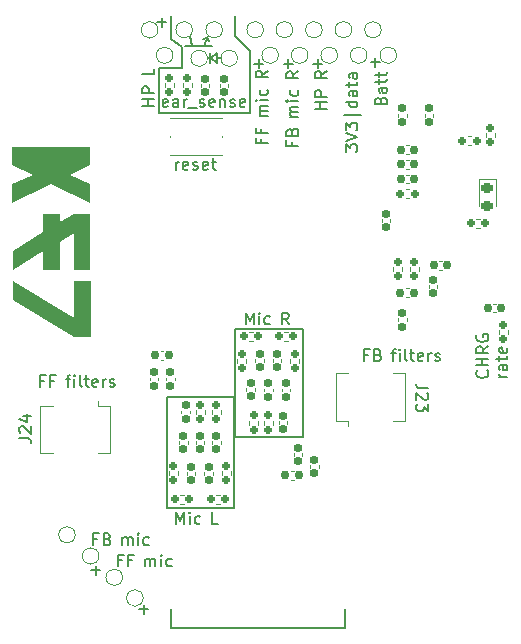
<source format=gbr>
%TF.GenerationSoftware,KiCad,Pcbnew,(7.0.0)*%
%TF.CreationDate,2023-05-27T11:20:30+01:00*%
%TF.ProjectId,left_main,6c656674-5f6d-4616-996e-2e6b69636164,rev?*%
%TF.SameCoordinates,Original*%
%TF.FileFunction,Legend,Top*%
%TF.FilePolarity,Positive*%
%FSLAX46Y46*%
G04 Gerber Fmt 4.6, Leading zero omitted, Abs format (unit mm)*
G04 Created by KiCad (PCBNEW (7.0.0)) date 2023-05-27 11:20:30*
%MOMM*%
%LPD*%
G01*
G04 APERTURE LIST*
G04 Aperture macros list*
%AMRoundRect*
0 Rectangle with rounded corners*
0 $1 Rounding radius*
0 $2 $3 $4 $5 $6 $7 $8 $9 X,Y pos of 4 corners*
0 Add a 4 corners polygon primitive as box body*
4,1,4,$2,$3,$4,$5,$6,$7,$8,$9,$2,$3,0*
0 Add four circle primitives for the rounded corners*
1,1,$1+$1,$2,$3*
1,1,$1+$1,$4,$5*
1,1,$1+$1,$6,$7*
1,1,$1+$1,$8,$9*
0 Add four rect primitives between the rounded corners*
20,1,$1+$1,$2,$3,$4,$5,0*
20,1,$1+$1,$4,$5,$6,$7,0*
20,1,$1+$1,$6,$7,$8,$9,0*
20,1,$1+$1,$8,$9,$2,$3,0*%
G04 Aperture macros list end*
%ADD10C,0.150000*%
%ADD11C,0.000000*%
%ADD12C,0.120000*%
%ADD13C,0.152400*%
%ADD14C,1.000000*%
%ADD15RoundRect,0.155000X-0.212500X-0.155000X0.212500X-0.155000X0.212500X0.155000X-0.212500X0.155000X0*%
%ADD16RoundRect,0.155000X0.155000X-0.212500X0.155000X0.212500X-0.155000X0.212500X-0.155000X-0.212500X0*%
%ADD17RoundRect,0.155000X-0.155000X0.212500X-0.155000X-0.212500X0.155000X-0.212500X0.155000X0.212500X0*%
%ADD18R,0.304800X1.397000*%
%ADD19R,2.641600X2.311400*%
%ADD20RoundRect,0.160000X0.160000X-0.197500X0.160000X0.197500X-0.160000X0.197500X-0.160000X-0.197500X0*%
%ADD21RoundRect,0.160000X0.197500X0.160000X-0.197500X0.160000X-0.197500X-0.160000X0.197500X-0.160000X0*%
%ADD22RoundRect,0.160000X-0.160000X0.197500X-0.160000X-0.197500X0.160000X-0.197500X0.160000X0.197500X0*%
%ADD23RoundRect,0.155000X0.212500X0.155000X-0.212500X0.155000X-0.212500X-0.155000X0.212500X-0.155000X0*%
%ADD24RoundRect,0.160000X-0.197500X-0.160000X0.197500X-0.160000X0.197500X0.160000X-0.197500X0.160000X0*%
%ADD25R,0.300000X1.600000*%
%ADD26R,0.900000X1.000000*%
%ADD27RoundRect,0.218750X-0.256250X0.218750X-0.256250X-0.218750X0.256250X-0.218750X0.256250X0.218750X0*%
G04 APERTURE END LIST*
D10*
X63914859Y-32221874D02*
X63701007Y-32223352D01*
X64514859Y-32221874D02*
X64810380Y-32221878D01*
X61800000Y-31200000D02*
X64100000Y-31200000D01*
X63659117Y-30497911D02*
X63800000Y-30800000D01*
X59600000Y-33100000D02*
X61500000Y-33100000D01*
X64514859Y-32621874D02*
X64014859Y-32221874D01*
X63400000Y-31200000D02*
X63700000Y-30400000D01*
X61500000Y-33100000D02*
X61500000Y-31300000D01*
X59600000Y-36900000D02*
X59600000Y-33100000D01*
X64514859Y-31821874D02*
X64514859Y-32621874D01*
X67300000Y-31600000D02*
X66000000Y-30400000D01*
X66000000Y-55200000D02*
X71800000Y-55200000D01*
X71800000Y-55200000D02*
X71800000Y-64300000D01*
X71800000Y-64300000D02*
X66000000Y-64300000D01*
X66000000Y-64300000D02*
X66000000Y-55200000D01*
X63659117Y-30497911D02*
X63349831Y-30639448D01*
X63914859Y-32621874D02*
X63914859Y-31821874D01*
D11*
G36*
X53777851Y-41265209D02*
G01*
X52073511Y-42096741D01*
X53780179Y-42914198D01*
X53782402Y-44478414D01*
X50482095Y-42871759D01*
X47186234Y-44487622D01*
X47184117Y-42923406D01*
X48888457Y-42101293D01*
X47181789Y-41274417D01*
X47179672Y-39738458D01*
X53775735Y-39729251D01*
X53777851Y-41265209D01*
G37*
D10*
X60300000Y-60900000D02*
X65900000Y-60900000D01*
X65900000Y-60900000D02*
X65900000Y-70300000D01*
X65900000Y-70300000D02*
X60300000Y-70300000D01*
X60300000Y-70300000D02*
X60300000Y-60900000D01*
X61500000Y-31300000D02*
X60600000Y-30600000D01*
X62200000Y-30400000D02*
X62400000Y-31200000D01*
X59600000Y-36900000D02*
X67300000Y-36900000D01*
D11*
G36*
X53790340Y-50169920D02*
G01*
X52405193Y-50171825D01*
X52400748Y-47043391D01*
X51186205Y-47770678D01*
X51189591Y-50173518D01*
X49804445Y-50175529D01*
X49802222Y-48611312D01*
X47194277Y-50179127D01*
X47192055Y-48577233D01*
X49800000Y-47000000D01*
X49797777Y-45426259D01*
X51182924Y-45424353D01*
X51183982Y-46159365D01*
X52398525Y-45422660D01*
X53783672Y-45420756D01*
X53790340Y-50169920D01*
G37*
D10*
X67300000Y-36900000D02*
X67300000Y-31600000D01*
D11*
G36*
X53798277Y-55861424D02*
G01*
X52413130Y-55863330D01*
X47197770Y-52723360D01*
X47195547Y-51121467D01*
X52410907Y-54242598D01*
X52406463Y-51114165D01*
X53791715Y-51112260D01*
X53798277Y-55861424D01*
G37*
D10*
X66000000Y-30400000D02*
X66000000Y-28700000D01*
X64014859Y-32221874D02*
X64514859Y-31821874D01*
X60600000Y-30600000D02*
X60600000Y-28700000D01*
X68258571Y-39128571D02*
X68258571Y-39461904D01*
X68782380Y-39461904D02*
X67782380Y-39461904D01*
X67782380Y-39461904D02*
X67782380Y-38985714D01*
X68258571Y-38271428D02*
X68258571Y-38604761D01*
X68782380Y-38604761D02*
X67782380Y-38604761D01*
X67782380Y-38604761D02*
X67782380Y-38128571D01*
X68782380Y-37147618D02*
X68115714Y-37147618D01*
X68210952Y-37147618D02*
X68163333Y-37099999D01*
X68163333Y-37099999D02*
X68115714Y-37004761D01*
X68115714Y-37004761D02*
X68115714Y-36861904D01*
X68115714Y-36861904D02*
X68163333Y-36766666D01*
X68163333Y-36766666D02*
X68258571Y-36719047D01*
X68258571Y-36719047D02*
X68782380Y-36719047D01*
X68258571Y-36719047D02*
X68163333Y-36671428D01*
X68163333Y-36671428D02*
X68115714Y-36576190D01*
X68115714Y-36576190D02*
X68115714Y-36433333D01*
X68115714Y-36433333D02*
X68163333Y-36338094D01*
X68163333Y-36338094D02*
X68258571Y-36290475D01*
X68258571Y-36290475D02*
X68782380Y-36290475D01*
X68782380Y-35814285D02*
X68115714Y-35814285D01*
X67782380Y-35814285D02*
X67830000Y-35861904D01*
X67830000Y-35861904D02*
X67877619Y-35814285D01*
X67877619Y-35814285D02*
X67830000Y-35766666D01*
X67830000Y-35766666D02*
X67782380Y-35814285D01*
X67782380Y-35814285D02*
X67877619Y-35814285D01*
X68734761Y-34909524D02*
X68782380Y-35004762D01*
X68782380Y-35004762D02*
X68782380Y-35195238D01*
X68782380Y-35195238D02*
X68734761Y-35290476D01*
X68734761Y-35290476D02*
X68687142Y-35338095D01*
X68687142Y-35338095D02*
X68591904Y-35385714D01*
X68591904Y-35385714D02*
X68306190Y-35385714D01*
X68306190Y-35385714D02*
X68210952Y-35338095D01*
X68210952Y-35338095D02*
X68163333Y-35290476D01*
X68163333Y-35290476D02*
X68115714Y-35195238D01*
X68115714Y-35195238D02*
X68115714Y-35004762D01*
X68115714Y-35004762D02*
X68163333Y-34909524D01*
X68782380Y-33309524D02*
X68306190Y-33642857D01*
X68782380Y-33880952D02*
X67782380Y-33880952D01*
X67782380Y-33880952D02*
X67782380Y-33500000D01*
X67782380Y-33500000D02*
X67830000Y-33404762D01*
X67830000Y-33404762D02*
X67877619Y-33357143D01*
X67877619Y-33357143D02*
X67972857Y-33309524D01*
X67972857Y-33309524D02*
X68115714Y-33309524D01*
X68115714Y-33309524D02*
X68210952Y-33357143D01*
X68210952Y-33357143D02*
X68258571Y-33404762D01*
X68258571Y-33404762D02*
X68306190Y-33500000D01*
X68306190Y-33500000D02*
X68306190Y-33880952D01*
X49871428Y-59558571D02*
X49538095Y-59558571D01*
X49538095Y-60082380D02*
X49538095Y-59082380D01*
X49538095Y-59082380D02*
X50014285Y-59082380D01*
X50728571Y-59558571D02*
X50395238Y-59558571D01*
X50395238Y-60082380D02*
X50395238Y-59082380D01*
X50395238Y-59082380D02*
X50871428Y-59082380D01*
X51709524Y-59415714D02*
X52090476Y-59415714D01*
X51852381Y-60082380D02*
X51852381Y-59225238D01*
X51852381Y-59225238D02*
X51900000Y-59130000D01*
X51900000Y-59130000D02*
X51995238Y-59082380D01*
X51995238Y-59082380D02*
X52090476Y-59082380D01*
X52423810Y-60082380D02*
X52423810Y-59415714D01*
X52423810Y-59082380D02*
X52376191Y-59130000D01*
X52376191Y-59130000D02*
X52423810Y-59177619D01*
X52423810Y-59177619D02*
X52471429Y-59130000D01*
X52471429Y-59130000D02*
X52423810Y-59082380D01*
X52423810Y-59082380D02*
X52423810Y-59177619D01*
X53042857Y-60082380D02*
X52947619Y-60034761D01*
X52947619Y-60034761D02*
X52900000Y-59939523D01*
X52900000Y-59939523D02*
X52900000Y-59082380D01*
X53280953Y-59415714D02*
X53661905Y-59415714D01*
X53423810Y-59082380D02*
X53423810Y-59939523D01*
X53423810Y-59939523D02*
X53471429Y-60034761D01*
X53471429Y-60034761D02*
X53566667Y-60082380D01*
X53566667Y-60082380D02*
X53661905Y-60082380D01*
X54376191Y-60034761D02*
X54280953Y-60082380D01*
X54280953Y-60082380D02*
X54090477Y-60082380D01*
X54090477Y-60082380D02*
X53995239Y-60034761D01*
X53995239Y-60034761D02*
X53947620Y-59939523D01*
X53947620Y-59939523D02*
X53947620Y-59558571D01*
X53947620Y-59558571D02*
X53995239Y-59463333D01*
X53995239Y-59463333D02*
X54090477Y-59415714D01*
X54090477Y-59415714D02*
X54280953Y-59415714D01*
X54280953Y-59415714D02*
X54376191Y-59463333D01*
X54376191Y-59463333D02*
X54423810Y-59558571D01*
X54423810Y-59558571D02*
X54423810Y-59653809D01*
X54423810Y-59653809D02*
X53947620Y-59749047D01*
X54852382Y-60082380D02*
X54852382Y-59415714D01*
X54852382Y-59606190D02*
X54900001Y-59510952D01*
X54900001Y-59510952D02*
X54947620Y-59463333D01*
X54947620Y-59463333D02*
X55042858Y-59415714D01*
X55042858Y-59415714D02*
X55138096Y-59415714D01*
X55423811Y-60034761D02*
X55519049Y-60082380D01*
X55519049Y-60082380D02*
X55709525Y-60082380D01*
X55709525Y-60082380D02*
X55804763Y-60034761D01*
X55804763Y-60034761D02*
X55852382Y-59939523D01*
X55852382Y-59939523D02*
X55852382Y-59891904D01*
X55852382Y-59891904D02*
X55804763Y-59796666D01*
X55804763Y-59796666D02*
X55709525Y-59749047D01*
X55709525Y-59749047D02*
X55566668Y-59749047D01*
X55566668Y-59749047D02*
X55471430Y-59701428D01*
X55471430Y-59701428D02*
X55423811Y-59606190D01*
X55423811Y-59606190D02*
X55423811Y-59558571D01*
X55423811Y-59558571D02*
X55471430Y-59463333D01*
X55471430Y-59463333D02*
X55566668Y-59415714D01*
X55566668Y-59415714D02*
X55709525Y-59415714D01*
X55709525Y-59415714D02*
X55804763Y-59463333D01*
X60319047Y-36334761D02*
X60223809Y-36382380D01*
X60223809Y-36382380D02*
X60033333Y-36382380D01*
X60033333Y-36382380D02*
X59938095Y-36334761D01*
X59938095Y-36334761D02*
X59890476Y-36239523D01*
X59890476Y-36239523D02*
X59890476Y-35858571D01*
X59890476Y-35858571D02*
X59938095Y-35763333D01*
X59938095Y-35763333D02*
X60033333Y-35715714D01*
X60033333Y-35715714D02*
X60223809Y-35715714D01*
X60223809Y-35715714D02*
X60319047Y-35763333D01*
X60319047Y-35763333D02*
X60366666Y-35858571D01*
X60366666Y-35858571D02*
X60366666Y-35953809D01*
X60366666Y-35953809D02*
X59890476Y-36049047D01*
X61223809Y-36382380D02*
X61223809Y-35858571D01*
X61223809Y-35858571D02*
X61176190Y-35763333D01*
X61176190Y-35763333D02*
X61080952Y-35715714D01*
X61080952Y-35715714D02*
X60890476Y-35715714D01*
X60890476Y-35715714D02*
X60795238Y-35763333D01*
X61223809Y-36334761D02*
X61128571Y-36382380D01*
X61128571Y-36382380D02*
X60890476Y-36382380D01*
X60890476Y-36382380D02*
X60795238Y-36334761D01*
X60795238Y-36334761D02*
X60747619Y-36239523D01*
X60747619Y-36239523D02*
X60747619Y-36144285D01*
X60747619Y-36144285D02*
X60795238Y-36049047D01*
X60795238Y-36049047D02*
X60890476Y-36001428D01*
X60890476Y-36001428D02*
X61128571Y-36001428D01*
X61128571Y-36001428D02*
X61223809Y-35953809D01*
X61700000Y-36382380D02*
X61700000Y-35715714D01*
X61700000Y-35906190D02*
X61747619Y-35810952D01*
X61747619Y-35810952D02*
X61795238Y-35763333D01*
X61795238Y-35763333D02*
X61890476Y-35715714D01*
X61890476Y-35715714D02*
X61985714Y-35715714D01*
X62080953Y-36477619D02*
X62842857Y-36477619D01*
X63033334Y-36334761D02*
X63128572Y-36382380D01*
X63128572Y-36382380D02*
X63319048Y-36382380D01*
X63319048Y-36382380D02*
X63414286Y-36334761D01*
X63414286Y-36334761D02*
X63461905Y-36239523D01*
X63461905Y-36239523D02*
X63461905Y-36191904D01*
X63461905Y-36191904D02*
X63414286Y-36096666D01*
X63414286Y-36096666D02*
X63319048Y-36049047D01*
X63319048Y-36049047D02*
X63176191Y-36049047D01*
X63176191Y-36049047D02*
X63080953Y-36001428D01*
X63080953Y-36001428D02*
X63033334Y-35906190D01*
X63033334Y-35906190D02*
X63033334Y-35858571D01*
X63033334Y-35858571D02*
X63080953Y-35763333D01*
X63080953Y-35763333D02*
X63176191Y-35715714D01*
X63176191Y-35715714D02*
X63319048Y-35715714D01*
X63319048Y-35715714D02*
X63414286Y-35763333D01*
X64271429Y-36334761D02*
X64176191Y-36382380D01*
X64176191Y-36382380D02*
X63985715Y-36382380D01*
X63985715Y-36382380D02*
X63890477Y-36334761D01*
X63890477Y-36334761D02*
X63842858Y-36239523D01*
X63842858Y-36239523D02*
X63842858Y-35858571D01*
X63842858Y-35858571D02*
X63890477Y-35763333D01*
X63890477Y-35763333D02*
X63985715Y-35715714D01*
X63985715Y-35715714D02*
X64176191Y-35715714D01*
X64176191Y-35715714D02*
X64271429Y-35763333D01*
X64271429Y-35763333D02*
X64319048Y-35858571D01*
X64319048Y-35858571D02*
X64319048Y-35953809D01*
X64319048Y-35953809D02*
X63842858Y-36049047D01*
X64747620Y-35715714D02*
X64747620Y-36382380D01*
X64747620Y-35810952D02*
X64795239Y-35763333D01*
X64795239Y-35763333D02*
X64890477Y-35715714D01*
X64890477Y-35715714D02*
X65033334Y-35715714D01*
X65033334Y-35715714D02*
X65128572Y-35763333D01*
X65128572Y-35763333D02*
X65176191Y-35858571D01*
X65176191Y-35858571D02*
X65176191Y-36382380D01*
X65604763Y-36334761D02*
X65700001Y-36382380D01*
X65700001Y-36382380D02*
X65890477Y-36382380D01*
X65890477Y-36382380D02*
X65985715Y-36334761D01*
X65985715Y-36334761D02*
X66033334Y-36239523D01*
X66033334Y-36239523D02*
X66033334Y-36191904D01*
X66033334Y-36191904D02*
X65985715Y-36096666D01*
X65985715Y-36096666D02*
X65890477Y-36049047D01*
X65890477Y-36049047D02*
X65747620Y-36049047D01*
X65747620Y-36049047D02*
X65652382Y-36001428D01*
X65652382Y-36001428D02*
X65604763Y-35906190D01*
X65604763Y-35906190D02*
X65604763Y-35858571D01*
X65604763Y-35858571D02*
X65652382Y-35763333D01*
X65652382Y-35763333D02*
X65747620Y-35715714D01*
X65747620Y-35715714D02*
X65890477Y-35715714D01*
X65890477Y-35715714D02*
X65985715Y-35763333D01*
X66842858Y-36334761D02*
X66747620Y-36382380D01*
X66747620Y-36382380D02*
X66557144Y-36382380D01*
X66557144Y-36382380D02*
X66461906Y-36334761D01*
X66461906Y-36334761D02*
X66414287Y-36239523D01*
X66414287Y-36239523D02*
X66414287Y-35858571D01*
X66414287Y-35858571D02*
X66461906Y-35763333D01*
X66461906Y-35763333D02*
X66557144Y-35715714D01*
X66557144Y-35715714D02*
X66747620Y-35715714D01*
X66747620Y-35715714D02*
X66842858Y-35763333D01*
X66842858Y-35763333D02*
X66890477Y-35858571D01*
X66890477Y-35858571D02*
X66890477Y-35953809D01*
X66890477Y-35953809D02*
X66414287Y-36049047D01*
X75382380Y-40157142D02*
X75382380Y-39538095D01*
X75382380Y-39538095D02*
X75763333Y-39871428D01*
X75763333Y-39871428D02*
X75763333Y-39728571D01*
X75763333Y-39728571D02*
X75810952Y-39633333D01*
X75810952Y-39633333D02*
X75858571Y-39585714D01*
X75858571Y-39585714D02*
X75953809Y-39538095D01*
X75953809Y-39538095D02*
X76191904Y-39538095D01*
X76191904Y-39538095D02*
X76287142Y-39585714D01*
X76287142Y-39585714D02*
X76334761Y-39633333D01*
X76334761Y-39633333D02*
X76382380Y-39728571D01*
X76382380Y-39728571D02*
X76382380Y-40014285D01*
X76382380Y-40014285D02*
X76334761Y-40109523D01*
X76334761Y-40109523D02*
X76287142Y-40157142D01*
X75382380Y-39252380D02*
X76382380Y-38919047D01*
X76382380Y-38919047D02*
X75382380Y-38585714D01*
X75382380Y-38347618D02*
X75382380Y-37728571D01*
X75382380Y-37728571D02*
X75763333Y-38061904D01*
X75763333Y-38061904D02*
X75763333Y-37919047D01*
X75763333Y-37919047D02*
X75810952Y-37823809D01*
X75810952Y-37823809D02*
X75858571Y-37776190D01*
X75858571Y-37776190D02*
X75953809Y-37728571D01*
X75953809Y-37728571D02*
X76191904Y-37728571D01*
X76191904Y-37728571D02*
X76287142Y-37776190D01*
X76287142Y-37776190D02*
X76334761Y-37823809D01*
X76334761Y-37823809D02*
X76382380Y-37919047D01*
X76382380Y-37919047D02*
X76382380Y-38204761D01*
X76382380Y-38204761D02*
X76334761Y-38299999D01*
X76334761Y-38299999D02*
X76287142Y-38347618D01*
X76715714Y-37061904D02*
X75287142Y-37061904D01*
X76382380Y-35919047D02*
X75382380Y-35919047D01*
X76334761Y-35919047D02*
X76382380Y-36014285D01*
X76382380Y-36014285D02*
X76382380Y-36204761D01*
X76382380Y-36204761D02*
X76334761Y-36299999D01*
X76334761Y-36299999D02*
X76287142Y-36347618D01*
X76287142Y-36347618D02*
X76191904Y-36395237D01*
X76191904Y-36395237D02*
X75906190Y-36395237D01*
X75906190Y-36395237D02*
X75810952Y-36347618D01*
X75810952Y-36347618D02*
X75763333Y-36299999D01*
X75763333Y-36299999D02*
X75715714Y-36204761D01*
X75715714Y-36204761D02*
X75715714Y-36014285D01*
X75715714Y-36014285D02*
X75763333Y-35919047D01*
X76382380Y-35014285D02*
X75858571Y-35014285D01*
X75858571Y-35014285D02*
X75763333Y-35061904D01*
X75763333Y-35061904D02*
X75715714Y-35157142D01*
X75715714Y-35157142D02*
X75715714Y-35347618D01*
X75715714Y-35347618D02*
X75763333Y-35442856D01*
X76334761Y-35014285D02*
X76382380Y-35109523D01*
X76382380Y-35109523D02*
X76382380Y-35347618D01*
X76382380Y-35347618D02*
X76334761Y-35442856D01*
X76334761Y-35442856D02*
X76239523Y-35490475D01*
X76239523Y-35490475D02*
X76144285Y-35490475D01*
X76144285Y-35490475D02*
X76049047Y-35442856D01*
X76049047Y-35442856D02*
X76001428Y-35347618D01*
X76001428Y-35347618D02*
X76001428Y-35109523D01*
X76001428Y-35109523D02*
X75953809Y-35014285D01*
X75715714Y-34680951D02*
X75715714Y-34299999D01*
X75382380Y-34538094D02*
X76239523Y-34538094D01*
X76239523Y-34538094D02*
X76334761Y-34490475D01*
X76334761Y-34490475D02*
X76382380Y-34395237D01*
X76382380Y-34395237D02*
X76382380Y-34299999D01*
X76382380Y-33538094D02*
X75858571Y-33538094D01*
X75858571Y-33538094D02*
X75763333Y-33585713D01*
X75763333Y-33585713D02*
X75715714Y-33680951D01*
X75715714Y-33680951D02*
X75715714Y-33871427D01*
X75715714Y-33871427D02*
X75763333Y-33966665D01*
X76334761Y-33538094D02*
X76382380Y-33633332D01*
X76382380Y-33633332D02*
X76382380Y-33871427D01*
X76382380Y-33871427D02*
X76334761Y-33966665D01*
X76334761Y-33966665D02*
X76239523Y-34014284D01*
X76239523Y-34014284D02*
X76144285Y-34014284D01*
X76144285Y-34014284D02*
X76049047Y-33966665D01*
X76049047Y-33966665D02*
X76001428Y-33871427D01*
X76001428Y-33871427D02*
X76001428Y-33633332D01*
X76001428Y-33633332D02*
X75953809Y-33538094D01*
X66938095Y-54782380D02*
X66938095Y-53782380D01*
X66938095Y-53782380D02*
X67271428Y-54496666D01*
X67271428Y-54496666D02*
X67604761Y-53782380D01*
X67604761Y-53782380D02*
X67604761Y-54782380D01*
X68080952Y-54782380D02*
X68080952Y-54115714D01*
X68080952Y-53782380D02*
X68033333Y-53830000D01*
X68033333Y-53830000D02*
X68080952Y-53877619D01*
X68080952Y-53877619D02*
X68128571Y-53830000D01*
X68128571Y-53830000D02*
X68080952Y-53782380D01*
X68080952Y-53782380D02*
X68080952Y-53877619D01*
X68985713Y-54734761D02*
X68890475Y-54782380D01*
X68890475Y-54782380D02*
X68699999Y-54782380D01*
X68699999Y-54782380D02*
X68604761Y-54734761D01*
X68604761Y-54734761D02*
X68557142Y-54687142D01*
X68557142Y-54687142D02*
X68509523Y-54591904D01*
X68509523Y-54591904D02*
X68509523Y-54306190D01*
X68509523Y-54306190D02*
X68557142Y-54210952D01*
X68557142Y-54210952D02*
X68604761Y-54163333D01*
X68604761Y-54163333D02*
X68699999Y-54115714D01*
X68699999Y-54115714D02*
X68890475Y-54115714D01*
X68890475Y-54115714D02*
X68985713Y-54163333D01*
X70585713Y-54782380D02*
X70252380Y-54306190D01*
X70014285Y-54782380D02*
X70014285Y-53782380D01*
X70014285Y-53782380D02*
X70395237Y-53782380D01*
X70395237Y-53782380D02*
X70490475Y-53830000D01*
X70490475Y-53830000D02*
X70538094Y-53877619D01*
X70538094Y-53877619D02*
X70585713Y-53972857D01*
X70585713Y-53972857D02*
X70585713Y-54115714D01*
X70585713Y-54115714D02*
X70538094Y-54210952D01*
X70538094Y-54210952D02*
X70490475Y-54258571D01*
X70490475Y-54258571D02*
X70395237Y-54306190D01*
X70395237Y-54306190D02*
X70014285Y-54306190D01*
X56451428Y-74758571D02*
X56118095Y-74758571D01*
X56118095Y-75282380D02*
X56118095Y-74282380D01*
X56118095Y-74282380D02*
X56594285Y-74282380D01*
X57308571Y-74758571D02*
X56975238Y-74758571D01*
X56975238Y-75282380D02*
X56975238Y-74282380D01*
X56975238Y-74282380D02*
X57451428Y-74282380D01*
X58432381Y-75282380D02*
X58432381Y-74615714D01*
X58432381Y-74710952D02*
X58480000Y-74663333D01*
X58480000Y-74663333D02*
X58575238Y-74615714D01*
X58575238Y-74615714D02*
X58718095Y-74615714D01*
X58718095Y-74615714D02*
X58813333Y-74663333D01*
X58813333Y-74663333D02*
X58860952Y-74758571D01*
X58860952Y-74758571D02*
X58860952Y-75282380D01*
X58860952Y-74758571D02*
X58908571Y-74663333D01*
X58908571Y-74663333D02*
X59003809Y-74615714D01*
X59003809Y-74615714D02*
X59146666Y-74615714D01*
X59146666Y-74615714D02*
X59241905Y-74663333D01*
X59241905Y-74663333D02*
X59289524Y-74758571D01*
X59289524Y-74758571D02*
X59289524Y-75282380D01*
X59765714Y-75282380D02*
X59765714Y-74615714D01*
X59765714Y-74282380D02*
X59718095Y-74330000D01*
X59718095Y-74330000D02*
X59765714Y-74377619D01*
X59765714Y-74377619D02*
X59813333Y-74330000D01*
X59813333Y-74330000D02*
X59765714Y-74282380D01*
X59765714Y-74282380D02*
X59765714Y-74377619D01*
X60670475Y-75234761D02*
X60575237Y-75282380D01*
X60575237Y-75282380D02*
X60384761Y-75282380D01*
X60384761Y-75282380D02*
X60289523Y-75234761D01*
X60289523Y-75234761D02*
X60241904Y-75187142D01*
X60241904Y-75187142D02*
X60194285Y-75091904D01*
X60194285Y-75091904D02*
X60194285Y-74806190D01*
X60194285Y-74806190D02*
X60241904Y-74710952D01*
X60241904Y-74710952D02*
X60289523Y-74663333D01*
X60289523Y-74663333D02*
X60384761Y-74615714D01*
X60384761Y-74615714D02*
X60575237Y-74615714D01*
X60575237Y-74615714D02*
X60670475Y-74663333D01*
X70138095Y-32701428D02*
X70900000Y-32701428D01*
X70519047Y-33082380D02*
X70519047Y-32320476D01*
X61038095Y-41682380D02*
X61038095Y-41015714D01*
X61038095Y-41206190D02*
X61085714Y-41110952D01*
X61085714Y-41110952D02*
X61133333Y-41063333D01*
X61133333Y-41063333D02*
X61228571Y-41015714D01*
X61228571Y-41015714D02*
X61323809Y-41015714D01*
X62038095Y-41634761D02*
X61942857Y-41682380D01*
X61942857Y-41682380D02*
X61752381Y-41682380D01*
X61752381Y-41682380D02*
X61657143Y-41634761D01*
X61657143Y-41634761D02*
X61609524Y-41539523D01*
X61609524Y-41539523D02*
X61609524Y-41158571D01*
X61609524Y-41158571D02*
X61657143Y-41063333D01*
X61657143Y-41063333D02*
X61752381Y-41015714D01*
X61752381Y-41015714D02*
X61942857Y-41015714D01*
X61942857Y-41015714D02*
X62038095Y-41063333D01*
X62038095Y-41063333D02*
X62085714Y-41158571D01*
X62085714Y-41158571D02*
X62085714Y-41253809D01*
X62085714Y-41253809D02*
X61609524Y-41349047D01*
X62466667Y-41634761D02*
X62561905Y-41682380D01*
X62561905Y-41682380D02*
X62752381Y-41682380D01*
X62752381Y-41682380D02*
X62847619Y-41634761D01*
X62847619Y-41634761D02*
X62895238Y-41539523D01*
X62895238Y-41539523D02*
X62895238Y-41491904D01*
X62895238Y-41491904D02*
X62847619Y-41396666D01*
X62847619Y-41396666D02*
X62752381Y-41349047D01*
X62752381Y-41349047D02*
X62609524Y-41349047D01*
X62609524Y-41349047D02*
X62514286Y-41301428D01*
X62514286Y-41301428D02*
X62466667Y-41206190D01*
X62466667Y-41206190D02*
X62466667Y-41158571D01*
X62466667Y-41158571D02*
X62514286Y-41063333D01*
X62514286Y-41063333D02*
X62609524Y-41015714D01*
X62609524Y-41015714D02*
X62752381Y-41015714D01*
X62752381Y-41015714D02*
X62847619Y-41063333D01*
X63704762Y-41634761D02*
X63609524Y-41682380D01*
X63609524Y-41682380D02*
X63419048Y-41682380D01*
X63419048Y-41682380D02*
X63323810Y-41634761D01*
X63323810Y-41634761D02*
X63276191Y-41539523D01*
X63276191Y-41539523D02*
X63276191Y-41158571D01*
X63276191Y-41158571D02*
X63323810Y-41063333D01*
X63323810Y-41063333D02*
X63419048Y-41015714D01*
X63419048Y-41015714D02*
X63609524Y-41015714D01*
X63609524Y-41015714D02*
X63704762Y-41063333D01*
X63704762Y-41063333D02*
X63752381Y-41158571D01*
X63752381Y-41158571D02*
X63752381Y-41253809D01*
X63752381Y-41253809D02*
X63276191Y-41349047D01*
X64038096Y-41015714D02*
X64419048Y-41015714D01*
X64180953Y-40682380D02*
X64180953Y-41539523D01*
X64180953Y-41539523D02*
X64228572Y-41634761D01*
X64228572Y-41634761D02*
X64323810Y-41682380D01*
X64323810Y-41682380D02*
X64419048Y-41682380D01*
X73782380Y-36561904D02*
X72782380Y-36561904D01*
X73258571Y-36561904D02*
X73258571Y-35990476D01*
X73782380Y-35990476D02*
X72782380Y-35990476D01*
X73782380Y-35514285D02*
X72782380Y-35514285D01*
X72782380Y-35514285D02*
X72782380Y-35133333D01*
X72782380Y-35133333D02*
X72830000Y-35038095D01*
X72830000Y-35038095D02*
X72877619Y-34990476D01*
X72877619Y-34990476D02*
X72972857Y-34942857D01*
X72972857Y-34942857D02*
X73115714Y-34942857D01*
X73115714Y-34942857D02*
X73210952Y-34990476D01*
X73210952Y-34990476D02*
X73258571Y-35038095D01*
X73258571Y-35038095D02*
X73306190Y-35133333D01*
X73306190Y-35133333D02*
X73306190Y-35514285D01*
X73782380Y-33342857D02*
X73306190Y-33676190D01*
X73782380Y-33914285D02*
X72782380Y-33914285D01*
X72782380Y-33914285D02*
X72782380Y-33533333D01*
X72782380Y-33533333D02*
X72830000Y-33438095D01*
X72830000Y-33438095D02*
X72877619Y-33390476D01*
X72877619Y-33390476D02*
X72972857Y-33342857D01*
X72972857Y-33342857D02*
X73115714Y-33342857D01*
X73115714Y-33342857D02*
X73210952Y-33390476D01*
X73210952Y-33390476D02*
X73258571Y-33438095D01*
X73258571Y-33438095D02*
X73306190Y-33533333D01*
X73306190Y-33533333D02*
X73306190Y-33914285D01*
X72638095Y-32701428D02*
X73400000Y-32701428D01*
X73019047Y-33082380D02*
X73019047Y-32320476D01*
X70858571Y-39328571D02*
X70858571Y-39661904D01*
X71382380Y-39661904D02*
X70382380Y-39661904D01*
X70382380Y-39661904D02*
X70382380Y-39185714D01*
X70858571Y-38471428D02*
X70906190Y-38328571D01*
X70906190Y-38328571D02*
X70953809Y-38280952D01*
X70953809Y-38280952D02*
X71049047Y-38233333D01*
X71049047Y-38233333D02*
X71191904Y-38233333D01*
X71191904Y-38233333D02*
X71287142Y-38280952D01*
X71287142Y-38280952D02*
X71334761Y-38328571D01*
X71334761Y-38328571D02*
X71382380Y-38423809D01*
X71382380Y-38423809D02*
X71382380Y-38804761D01*
X71382380Y-38804761D02*
X70382380Y-38804761D01*
X70382380Y-38804761D02*
X70382380Y-38471428D01*
X70382380Y-38471428D02*
X70430000Y-38376190D01*
X70430000Y-38376190D02*
X70477619Y-38328571D01*
X70477619Y-38328571D02*
X70572857Y-38280952D01*
X70572857Y-38280952D02*
X70668095Y-38280952D01*
X70668095Y-38280952D02*
X70763333Y-38328571D01*
X70763333Y-38328571D02*
X70810952Y-38376190D01*
X70810952Y-38376190D02*
X70858571Y-38471428D01*
X70858571Y-38471428D02*
X70858571Y-38804761D01*
X71382380Y-37204761D02*
X70715714Y-37204761D01*
X70810952Y-37204761D02*
X70763333Y-37157142D01*
X70763333Y-37157142D02*
X70715714Y-37061904D01*
X70715714Y-37061904D02*
X70715714Y-36919047D01*
X70715714Y-36919047D02*
X70763333Y-36823809D01*
X70763333Y-36823809D02*
X70858571Y-36776190D01*
X70858571Y-36776190D02*
X71382380Y-36776190D01*
X70858571Y-36776190D02*
X70763333Y-36728571D01*
X70763333Y-36728571D02*
X70715714Y-36633333D01*
X70715714Y-36633333D02*
X70715714Y-36490476D01*
X70715714Y-36490476D02*
X70763333Y-36395237D01*
X70763333Y-36395237D02*
X70858571Y-36347618D01*
X70858571Y-36347618D02*
X71382380Y-36347618D01*
X71382380Y-35871428D02*
X70715714Y-35871428D01*
X70382380Y-35871428D02*
X70430000Y-35919047D01*
X70430000Y-35919047D02*
X70477619Y-35871428D01*
X70477619Y-35871428D02*
X70430000Y-35823809D01*
X70430000Y-35823809D02*
X70382380Y-35871428D01*
X70382380Y-35871428D02*
X70477619Y-35871428D01*
X71334761Y-34966667D02*
X71382380Y-35061905D01*
X71382380Y-35061905D02*
X71382380Y-35252381D01*
X71382380Y-35252381D02*
X71334761Y-35347619D01*
X71334761Y-35347619D02*
X71287142Y-35395238D01*
X71287142Y-35395238D02*
X71191904Y-35442857D01*
X71191904Y-35442857D02*
X70906190Y-35442857D01*
X70906190Y-35442857D02*
X70810952Y-35395238D01*
X70810952Y-35395238D02*
X70763333Y-35347619D01*
X70763333Y-35347619D02*
X70715714Y-35252381D01*
X70715714Y-35252381D02*
X70715714Y-35061905D01*
X70715714Y-35061905D02*
X70763333Y-34966667D01*
X71382380Y-33366667D02*
X70906190Y-33700000D01*
X71382380Y-33938095D02*
X70382380Y-33938095D01*
X70382380Y-33938095D02*
X70382380Y-33557143D01*
X70382380Y-33557143D02*
X70430000Y-33461905D01*
X70430000Y-33461905D02*
X70477619Y-33414286D01*
X70477619Y-33414286D02*
X70572857Y-33366667D01*
X70572857Y-33366667D02*
X70715714Y-33366667D01*
X70715714Y-33366667D02*
X70810952Y-33414286D01*
X70810952Y-33414286D02*
X70858571Y-33461905D01*
X70858571Y-33461905D02*
X70906190Y-33557143D01*
X70906190Y-33557143D02*
X70906190Y-33938095D01*
X59182380Y-36261904D02*
X58182380Y-36261904D01*
X58658571Y-36261904D02*
X58658571Y-35690476D01*
X59182380Y-35690476D02*
X58182380Y-35690476D01*
X59182380Y-35214285D02*
X58182380Y-35214285D01*
X58182380Y-35214285D02*
X58182380Y-34833333D01*
X58182380Y-34833333D02*
X58230000Y-34738095D01*
X58230000Y-34738095D02*
X58277619Y-34690476D01*
X58277619Y-34690476D02*
X58372857Y-34642857D01*
X58372857Y-34642857D02*
X58515714Y-34642857D01*
X58515714Y-34642857D02*
X58610952Y-34690476D01*
X58610952Y-34690476D02*
X58658571Y-34738095D01*
X58658571Y-34738095D02*
X58706190Y-34833333D01*
X58706190Y-34833333D02*
X58706190Y-35214285D01*
X59182380Y-33138095D02*
X59182380Y-33614285D01*
X59182380Y-33614285D02*
X58182380Y-33614285D01*
X59438095Y-29201428D02*
X60200000Y-29201428D01*
X59819047Y-29582380D02*
X59819047Y-28820476D01*
X77271428Y-57358571D02*
X76938095Y-57358571D01*
X76938095Y-57882380D02*
X76938095Y-56882380D01*
X76938095Y-56882380D02*
X77414285Y-56882380D01*
X78128571Y-57358571D02*
X78271428Y-57406190D01*
X78271428Y-57406190D02*
X78319047Y-57453809D01*
X78319047Y-57453809D02*
X78366666Y-57549047D01*
X78366666Y-57549047D02*
X78366666Y-57691904D01*
X78366666Y-57691904D02*
X78319047Y-57787142D01*
X78319047Y-57787142D02*
X78271428Y-57834761D01*
X78271428Y-57834761D02*
X78176190Y-57882380D01*
X78176190Y-57882380D02*
X77795238Y-57882380D01*
X77795238Y-57882380D02*
X77795238Y-56882380D01*
X77795238Y-56882380D02*
X78128571Y-56882380D01*
X78128571Y-56882380D02*
X78223809Y-56930000D01*
X78223809Y-56930000D02*
X78271428Y-56977619D01*
X78271428Y-56977619D02*
X78319047Y-57072857D01*
X78319047Y-57072857D02*
X78319047Y-57168095D01*
X78319047Y-57168095D02*
X78271428Y-57263333D01*
X78271428Y-57263333D02*
X78223809Y-57310952D01*
X78223809Y-57310952D02*
X78128571Y-57358571D01*
X78128571Y-57358571D02*
X77795238Y-57358571D01*
X79252381Y-57215714D02*
X79633333Y-57215714D01*
X79395238Y-57882380D02*
X79395238Y-57025238D01*
X79395238Y-57025238D02*
X79442857Y-56930000D01*
X79442857Y-56930000D02*
X79538095Y-56882380D01*
X79538095Y-56882380D02*
X79633333Y-56882380D01*
X79966667Y-57882380D02*
X79966667Y-57215714D01*
X79966667Y-56882380D02*
X79919048Y-56930000D01*
X79919048Y-56930000D02*
X79966667Y-56977619D01*
X79966667Y-56977619D02*
X80014286Y-56930000D01*
X80014286Y-56930000D02*
X79966667Y-56882380D01*
X79966667Y-56882380D02*
X79966667Y-56977619D01*
X80585714Y-57882380D02*
X80490476Y-57834761D01*
X80490476Y-57834761D02*
X80442857Y-57739523D01*
X80442857Y-57739523D02*
X80442857Y-56882380D01*
X80823810Y-57215714D02*
X81204762Y-57215714D01*
X80966667Y-56882380D02*
X80966667Y-57739523D01*
X80966667Y-57739523D02*
X81014286Y-57834761D01*
X81014286Y-57834761D02*
X81109524Y-57882380D01*
X81109524Y-57882380D02*
X81204762Y-57882380D01*
X81919048Y-57834761D02*
X81823810Y-57882380D01*
X81823810Y-57882380D02*
X81633334Y-57882380D01*
X81633334Y-57882380D02*
X81538096Y-57834761D01*
X81538096Y-57834761D02*
X81490477Y-57739523D01*
X81490477Y-57739523D02*
X81490477Y-57358571D01*
X81490477Y-57358571D02*
X81538096Y-57263333D01*
X81538096Y-57263333D02*
X81633334Y-57215714D01*
X81633334Y-57215714D02*
X81823810Y-57215714D01*
X81823810Y-57215714D02*
X81919048Y-57263333D01*
X81919048Y-57263333D02*
X81966667Y-57358571D01*
X81966667Y-57358571D02*
X81966667Y-57453809D01*
X81966667Y-57453809D02*
X81490477Y-57549047D01*
X82395239Y-57882380D02*
X82395239Y-57215714D01*
X82395239Y-57406190D02*
X82442858Y-57310952D01*
X82442858Y-57310952D02*
X82490477Y-57263333D01*
X82490477Y-57263333D02*
X82585715Y-57215714D01*
X82585715Y-57215714D02*
X82680953Y-57215714D01*
X82966668Y-57834761D02*
X83061906Y-57882380D01*
X83061906Y-57882380D02*
X83252382Y-57882380D01*
X83252382Y-57882380D02*
X83347620Y-57834761D01*
X83347620Y-57834761D02*
X83395239Y-57739523D01*
X83395239Y-57739523D02*
X83395239Y-57691904D01*
X83395239Y-57691904D02*
X83347620Y-57596666D01*
X83347620Y-57596666D02*
X83252382Y-57549047D01*
X83252382Y-57549047D02*
X83109525Y-57549047D01*
X83109525Y-57549047D02*
X83014287Y-57501428D01*
X83014287Y-57501428D02*
X82966668Y-57406190D01*
X82966668Y-57406190D02*
X82966668Y-57358571D01*
X82966668Y-57358571D02*
X83014287Y-57263333D01*
X83014287Y-57263333D02*
X83109525Y-57215714D01*
X83109525Y-57215714D02*
X83252382Y-57215714D01*
X83252382Y-57215714D02*
X83347620Y-57263333D01*
X77538095Y-32601428D02*
X78300000Y-32601428D01*
X77919047Y-32982380D02*
X77919047Y-32220476D01*
X87367142Y-58690476D02*
X87414761Y-58738095D01*
X87414761Y-58738095D02*
X87462380Y-58880952D01*
X87462380Y-58880952D02*
X87462380Y-58976190D01*
X87462380Y-58976190D02*
X87414761Y-59119047D01*
X87414761Y-59119047D02*
X87319523Y-59214285D01*
X87319523Y-59214285D02*
X87224285Y-59261904D01*
X87224285Y-59261904D02*
X87033809Y-59309523D01*
X87033809Y-59309523D02*
X86890952Y-59309523D01*
X86890952Y-59309523D02*
X86700476Y-59261904D01*
X86700476Y-59261904D02*
X86605238Y-59214285D01*
X86605238Y-59214285D02*
X86510000Y-59119047D01*
X86510000Y-59119047D02*
X86462380Y-58976190D01*
X86462380Y-58976190D02*
X86462380Y-58880952D01*
X86462380Y-58880952D02*
X86510000Y-58738095D01*
X86510000Y-58738095D02*
X86557619Y-58690476D01*
X87462380Y-58261904D02*
X86462380Y-58261904D01*
X86938571Y-58261904D02*
X86938571Y-57690476D01*
X87462380Y-57690476D02*
X86462380Y-57690476D01*
X87462380Y-56642857D02*
X86986190Y-56976190D01*
X87462380Y-57214285D02*
X86462380Y-57214285D01*
X86462380Y-57214285D02*
X86462380Y-56833333D01*
X86462380Y-56833333D02*
X86510000Y-56738095D01*
X86510000Y-56738095D02*
X86557619Y-56690476D01*
X86557619Y-56690476D02*
X86652857Y-56642857D01*
X86652857Y-56642857D02*
X86795714Y-56642857D01*
X86795714Y-56642857D02*
X86890952Y-56690476D01*
X86890952Y-56690476D02*
X86938571Y-56738095D01*
X86938571Y-56738095D02*
X86986190Y-56833333D01*
X86986190Y-56833333D02*
X86986190Y-57214285D01*
X86510000Y-55690476D02*
X86462380Y-55785714D01*
X86462380Y-55785714D02*
X86462380Y-55928571D01*
X86462380Y-55928571D02*
X86510000Y-56071428D01*
X86510000Y-56071428D02*
X86605238Y-56166666D01*
X86605238Y-56166666D02*
X86700476Y-56214285D01*
X86700476Y-56214285D02*
X86890952Y-56261904D01*
X86890952Y-56261904D02*
X87033809Y-56261904D01*
X87033809Y-56261904D02*
X87224285Y-56214285D01*
X87224285Y-56214285D02*
X87319523Y-56166666D01*
X87319523Y-56166666D02*
X87414761Y-56071428D01*
X87414761Y-56071428D02*
X87462380Y-55928571D01*
X87462380Y-55928571D02*
X87462380Y-55833333D01*
X87462380Y-55833333D02*
X87414761Y-55690476D01*
X87414761Y-55690476D02*
X87367142Y-55642857D01*
X87367142Y-55642857D02*
X87033809Y-55642857D01*
X87033809Y-55642857D02*
X87033809Y-55833333D01*
X89082380Y-59261904D02*
X88415714Y-59261904D01*
X88606190Y-59261904D02*
X88510952Y-59214285D01*
X88510952Y-59214285D02*
X88463333Y-59166666D01*
X88463333Y-59166666D02*
X88415714Y-59071428D01*
X88415714Y-59071428D02*
X88415714Y-58976190D01*
X89082380Y-58214285D02*
X88558571Y-58214285D01*
X88558571Y-58214285D02*
X88463333Y-58261904D01*
X88463333Y-58261904D02*
X88415714Y-58357142D01*
X88415714Y-58357142D02*
X88415714Y-58547618D01*
X88415714Y-58547618D02*
X88463333Y-58642856D01*
X89034761Y-58214285D02*
X89082380Y-58309523D01*
X89082380Y-58309523D02*
X89082380Y-58547618D01*
X89082380Y-58547618D02*
X89034761Y-58642856D01*
X89034761Y-58642856D02*
X88939523Y-58690475D01*
X88939523Y-58690475D02*
X88844285Y-58690475D01*
X88844285Y-58690475D02*
X88749047Y-58642856D01*
X88749047Y-58642856D02*
X88701428Y-58547618D01*
X88701428Y-58547618D02*
X88701428Y-58309523D01*
X88701428Y-58309523D02*
X88653809Y-58214285D01*
X88415714Y-57880951D02*
X88415714Y-57499999D01*
X88082380Y-57738094D02*
X88939523Y-57738094D01*
X88939523Y-57738094D02*
X89034761Y-57690475D01*
X89034761Y-57690475D02*
X89082380Y-57595237D01*
X89082380Y-57595237D02*
X89082380Y-57499999D01*
X89034761Y-56785713D02*
X89082380Y-56880951D01*
X89082380Y-56880951D02*
X89082380Y-57071427D01*
X89082380Y-57071427D02*
X89034761Y-57166665D01*
X89034761Y-57166665D02*
X88939523Y-57214284D01*
X88939523Y-57214284D02*
X88558571Y-57214284D01*
X88558571Y-57214284D02*
X88463333Y-57166665D01*
X88463333Y-57166665D02*
X88415714Y-57071427D01*
X88415714Y-57071427D02*
X88415714Y-56880951D01*
X88415714Y-56880951D02*
X88463333Y-56785713D01*
X88463333Y-56785713D02*
X88558571Y-56738094D01*
X88558571Y-56738094D02*
X88653809Y-56738094D01*
X88653809Y-56738094D02*
X88749047Y-57214284D01*
X53838095Y-75601428D02*
X54600000Y-75601428D01*
X54219047Y-75982380D02*
X54219047Y-75220476D01*
X67638095Y-32701428D02*
X68400000Y-32701428D01*
X68019047Y-33082380D02*
X68019047Y-32320476D01*
X57938095Y-78901428D02*
X58700000Y-78901428D01*
X58319047Y-79282380D02*
X58319047Y-78520476D01*
X78358571Y-35828571D02*
X78406190Y-35685714D01*
X78406190Y-35685714D02*
X78453809Y-35638095D01*
X78453809Y-35638095D02*
X78549047Y-35590476D01*
X78549047Y-35590476D02*
X78691904Y-35590476D01*
X78691904Y-35590476D02*
X78787142Y-35638095D01*
X78787142Y-35638095D02*
X78834761Y-35685714D01*
X78834761Y-35685714D02*
X78882380Y-35780952D01*
X78882380Y-35780952D02*
X78882380Y-36161904D01*
X78882380Y-36161904D02*
X77882380Y-36161904D01*
X77882380Y-36161904D02*
X77882380Y-35828571D01*
X77882380Y-35828571D02*
X77930000Y-35733333D01*
X77930000Y-35733333D02*
X77977619Y-35685714D01*
X77977619Y-35685714D02*
X78072857Y-35638095D01*
X78072857Y-35638095D02*
X78168095Y-35638095D01*
X78168095Y-35638095D02*
X78263333Y-35685714D01*
X78263333Y-35685714D02*
X78310952Y-35733333D01*
X78310952Y-35733333D02*
X78358571Y-35828571D01*
X78358571Y-35828571D02*
X78358571Y-36161904D01*
X78882380Y-34733333D02*
X78358571Y-34733333D01*
X78358571Y-34733333D02*
X78263333Y-34780952D01*
X78263333Y-34780952D02*
X78215714Y-34876190D01*
X78215714Y-34876190D02*
X78215714Y-35066666D01*
X78215714Y-35066666D02*
X78263333Y-35161904D01*
X78834761Y-34733333D02*
X78882380Y-34828571D01*
X78882380Y-34828571D02*
X78882380Y-35066666D01*
X78882380Y-35066666D02*
X78834761Y-35161904D01*
X78834761Y-35161904D02*
X78739523Y-35209523D01*
X78739523Y-35209523D02*
X78644285Y-35209523D01*
X78644285Y-35209523D02*
X78549047Y-35161904D01*
X78549047Y-35161904D02*
X78501428Y-35066666D01*
X78501428Y-35066666D02*
X78501428Y-34828571D01*
X78501428Y-34828571D02*
X78453809Y-34733333D01*
X78215714Y-34399999D02*
X78215714Y-34019047D01*
X77882380Y-34257142D02*
X78739523Y-34257142D01*
X78739523Y-34257142D02*
X78834761Y-34209523D01*
X78834761Y-34209523D02*
X78882380Y-34114285D01*
X78882380Y-34114285D02*
X78882380Y-34019047D01*
X78215714Y-33828570D02*
X78215714Y-33447618D01*
X77882380Y-33685713D02*
X78739523Y-33685713D01*
X78739523Y-33685713D02*
X78834761Y-33638094D01*
X78834761Y-33638094D02*
X78882380Y-33542856D01*
X78882380Y-33542856D02*
X78882380Y-33447618D01*
X54371428Y-72958571D02*
X54038095Y-72958571D01*
X54038095Y-73482380D02*
X54038095Y-72482380D01*
X54038095Y-72482380D02*
X54514285Y-72482380D01*
X55228571Y-72958571D02*
X55371428Y-73006190D01*
X55371428Y-73006190D02*
X55419047Y-73053809D01*
X55419047Y-73053809D02*
X55466666Y-73149047D01*
X55466666Y-73149047D02*
X55466666Y-73291904D01*
X55466666Y-73291904D02*
X55419047Y-73387142D01*
X55419047Y-73387142D02*
X55371428Y-73434761D01*
X55371428Y-73434761D02*
X55276190Y-73482380D01*
X55276190Y-73482380D02*
X54895238Y-73482380D01*
X54895238Y-73482380D02*
X54895238Y-72482380D01*
X54895238Y-72482380D02*
X55228571Y-72482380D01*
X55228571Y-72482380D02*
X55323809Y-72530000D01*
X55323809Y-72530000D02*
X55371428Y-72577619D01*
X55371428Y-72577619D02*
X55419047Y-72672857D01*
X55419047Y-72672857D02*
X55419047Y-72768095D01*
X55419047Y-72768095D02*
X55371428Y-72863333D01*
X55371428Y-72863333D02*
X55323809Y-72910952D01*
X55323809Y-72910952D02*
X55228571Y-72958571D01*
X55228571Y-72958571D02*
X54895238Y-72958571D01*
X56495238Y-73482380D02*
X56495238Y-72815714D01*
X56495238Y-72910952D02*
X56542857Y-72863333D01*
X56542857Y-72863333D02*
X56638095Y-72815714D01*
X56638095Y-72815714D02*
X56780952Y-72815714D01*
X56780952Y-72815714D02*
X56876190Y-72863333D01*
X56876190Y-72863333D02*
X56923809Y-72958571D01*
X56923809Y-72958571D02*
X56923809Y-73482380D01*
X56923809Y-72958571D02*
X56971428Y-72863333D01*
X56971428Y-72863333D02*
X57066666Y-72815714D01*
X57066666Y-72815714D02*
X57209523Y-72815714D01*
X57209523Y-72815714D02*
X57304762Y-72863333D01*
X57304762Y-72863333D02*
X57352381Y-72958571D01*
X57352381Y-72958571D02*
X57352381Y-73482380D01*
X57828571Y-73482380D02*
X57828571Y-72815714D01*
X57828571Y-72482380D02*
X57780952Y-72530000D01*
X57780952Y-72530000D02*
X57828571Y-72577619D01*
X57828571Y-72577619D02*
X57876190Y-72530000D01*
X57876190Y-72530000D02*
X57828571Y-72482380D01*
X57828571Y-72482380D02*
X57828571Y-72577619D01*
X58733332Y-73434761D02*
X58638094Y-73482380D01*
X58638094Y-73482380D02*
X58447618Y-73482380D01*
X58447618Y-73482380D02*
X58352380Y-73434761D01*
X58352380Y-73434761D02*
X58304761Y-73387142D01*
X58304761Y-73387142D02*
X58257142Y-73291904D01*
X58257142Y-73291904D02*
X58257142Y-73006190D01*
X58257142Y-73006190D02*
X58304761Y-72910952D01*
X58304761Y-72910952D02*
X58352380Y-72863333D01*
X58352380Y-72863333D02*
X58447618Y-72815714D01*
X58447618Y-72815714D02*
X58638094Y-72815714D01*
X58638094Y-72815714D02*
X58733332Y-72863333D01*
X61038095Y-71682380D02*
X61038095Y-70682380D01*
X61038095Y-70682380D02*
X61371428Y-71396666D01*
X61371428Y-71396666D02*
X61704761Y-70682380D01*
X61704761Y-70682380D02*
X61704761Y-71682380D01*
X62180952Y-71682380D02*
X62180952Y-71015714D01*
X62180952Y-70682380D02*
X62133333Y-70730000D01*
X62133333Y-70730000D02*
X62180952Y-70777619D01*
X62180952Y-70777619D02*
X62228571Y-70730000D01*
X62228571Y-70730000D02*
X62180952Y-70682380D01*
X62180952Y-70682380D02*
X62180952Y-70777619D01*
X63085713Y-71634761D02*
X62990475Y-71682380D01*
X62990475Y-71682380D02*
X62799999Y-71682380D01*
X62799999Y-71682380D02*
X62704761Y-71634761D01*
X62704761Y-71634761D02*
X62657142Y-71587142D01*
X62657142Y-71587142D02*
X62609523Y-71491904D01*
X62609523Y-71491904D02*
X62609523Y-71206190D01*
X62609523Y-71206190D02*
X62657142Y-71110952D01*
X62657142Y-71110952D02*
X62704761Y-71063333D01*
X62704761Y-71063333D02*
X62799999Y-71015714D01*
X62799999Y-71015714D02*
X62990475Y-71015714D01*
X62990475Y-71015714D02*
X63085713Y-71063333D01*
X64590475Y-71682380D02*
X64114285Y-71682380D01*
X64114285Y-71682380D02*
X64114285Y-70682380D01*
%TO.C,J24*%
X47767380Y-64409523D02*
X48481666Y-64409523D01*
X48481666Y-64409523D02*
X48624523Y-64457142D01*
X48624523Y-64457142D02*
X48719761Y-64552380D01*
X48719761Y-64552380D02*
X48767380Y-64695237D01*
X48767380Y-64695237D02*
X48767380Y-64790475D01*
X47862619Y-63980951D02*
X47815000Y-63933332D01*
X47815000Y-63933332D02*
X47767380Y-63838094D01*
X47767380Y-63838094D02*
X47767380Y-63599999D01*
X47767380Y-63599999D02*
X47815000Y-63504761D01*
X47815000Y-63504761D02*
X47862619Y-63457142D01*
X47862619Y-63457142D02*
X47957857Y-63409523D01*
X47957857Y-63409523D02*
X48053095Y-63409523D01*
X48053095Y-63409523D02*
X48195952Y-63457142D01*
X48195952Y-63457142D02*
X48767380Y-64028570D01*
X48767380Y-64028570D02*
X48767380Y-63409523D01*
X48100714Y-62552380D02*
X48767380Y-62552380D01*
X47719761Y-62790475D02*
X48434047Y-63028570D01*
X48434047Y-63028570D02*
X48434047Y-62409523D01*
%TO.C,J23*%
X82382619Y-60190476D02*
X81668333Y-60190476D01*
X81668333Y-60190476D02*
X81525476Y-60142857D01*
X81525476Y-60142857D02*
X81430238Y-60047619D01*
X81430238Y-60047619D02*
X81382619Y-59904762D01*
X81382619Y-59904762D02*
X81382619Y-59809524D01*
X82287380Y-60619048D02*
X82335000Y-60666667D01*
X82335000Y-60666667D02*
X82382619Y-60761905D01*
X82382619Y-60761905D02*
X82382619Y-61000000D01*
X82382619Y-61000000D02*
X82335000Y-61095238D01*
X82335000Y-61095238D02*
X82287380Y-61142857D01*
X82287380Y-61142857D02*
X82192142Y-61190476D01*
X82192142Y-61190476D02*
X82096904Y-61190476D01*
X82096904Y-61190476D02*
X81954047Y-61142857D01*
X81954047Y-61142857D02*
X81382619Y-60571429D01*
X81382619Y-60571429D02*
X81382619Y-61190476D01*
X82382619Y-61523810D02*
X82382619Y-62142857D01*
X82382619Y-62142857D02*
X82001666Y-61809524D01*
X82001666Y-61809524D02*
X82001666Y-61952381D01*
X82001666Y-61952381D02*
X81954047Y-62047619D01*
X81954047Y-62047619D02*
X81906428Y-62095238D01*
X81906428Y-62095238D02*
X81811190Y-62142857D01*
X81811190Y-62142857D02*
X81573095Y-62142857D01*
X81573095Y-62142857D02*
X81477857Y-62095238D01*
X81477857Y-62095238D02*
X81430238Y-62047619D01*
X81430238Y-62047619D02*
X81382619Y-61952381D01*
X81382619Y-61952381D02*
X81382619Y-61666667D01*
X81382619Y-61666667D02*
X81430238Y-61571429D01*
X81430238Y-61571429D02*
X81477857Y-61523810D01*
D12*
%TO.C,J11*%
X72200000Y-32000000D02*
G75*
G03*
X72200000Y-32000000I-700000J0D01*
G01*
%TO.C,C16*%
X70750165Y-67204000D02*
X70981835Y-67204000D01*
X70750165Y-67924000D02*
X70981835Y-67924000D01*
%TO.C,J22*%
X62422000Y-29840795D02*
G75*
G03*
X62422000Y-29840795I-700000J0D01*
G01*
%TO.C,J5*%
X54500000Y-74400000D02*
G75*
G03*
X54500000Y-74400000I-700000J0D01*
G01*
%TO.C,C56*%
X61942500Y-67515835D02*
X61942500Y-67284165D01*
X62662500Y-67515835D02*
X62662500Y-67284165D01*
%TO.C,C5*%
X82802500Y-36958665D02*
X82802500Y-37190335D01*
X82082500Y-36958665D02*
X82082500Y-37190335D01*
D13*
%TO.C,J1*%
X75378700Y-80472500D02*
X75378700Y-78886569D01*
X60621300Y-80472500D02*
X75378700Y-80472500D01*
X60621300Y-78886569D02*
X60621300Y-80472500D01*
D12*
%TO.C,C2*%
X80514665Y-40880500D02*
X80746335Y-40880500D01*
X80514665Y-41600500D02*
X80746335Y-41600500D01*
%TO.C,C4*%
X80552500Y-36958665D02*
X80552500Y-37190335D01*
X79832500Y-36958665D02*
X79832500Y-37190335D01*
%TO.C,R4*%
X88370000Y-55570121D02*
X88370000Y-55234879D01*
X89130000Y-55570121D02*
X89130000Y-55234879D01*
%TO.C,C14*%
X70460000Y-62981665D02*
X70460000Y-63213335D01*
X69740000Y-62981665D02*
X69740000Y-63213335D01*
%TO.C,R75*%
X80820000Y-50267621D02*
X80820000Y-49932379D01*
X81580000Y-50267621D02*
X81580000Y-49932379D01*
%TO.C,C48*%
X64162500Y-67284165D02*
X64162500Y-67515835D01*
X63442500Y-67284165D02*
X63442500Y-67515835D01*
%TO.C,J3*%
X58250000Y-77950000D02*
G75*
G03*
X58250000Y-77950000I-700000J0D01*
G01*
%TO.C,J16*%
X79700000Y-32000000D02*
G75*
G03*
X79700000Y-32000000I-700000J0D01*
G01*
%TO.C,R49*%
X61717621Y-69980000D02*
X61382379Y-69980000D01*
X61717621Y-69220000D02*
X61382379Y-69220000D01*
%TO.C,R6*%
X67980000Y-62929879D02*
X67980000Y-63265121D01*
X67220000Y-62929879D02*
X67220000Y-63265121D01*
%TO.C,C12*%
X66992500Y-60415835D02*
X66992500Y-60184165D01*
X67712500Y-60415835D02*
X67712500Y-60184165D01*
%TO.C,C15*%
X73110000Y-66686165D02*
X73110000Y-66917835D01*
X72390000Y-66686165D02*
X72390000Y-66917835D01*
%TO.C,J7*%
X59501000Y-29845000D02*
G75*
G03*
X59501000Y-29845000I-700000J0D01*
G01*
%TO.C,R44*%
X64072500Y-62367621D02*
X64072500Y-62032379D01*
X64832500Y-62367621D02*
X64832500Y-62032379D01*
%TO.C,J14*%
X73405627Y-29840795D02*
G75*
G03*
X73405627Y-29840795I-700000J0D01*
G01*
%TO.C,C49*%
X64812500Y-64684165D02*
X64812500Y-64915835D01*
X64092500Y-64684165D02*
X64092500Y-64915835D01*
%TO.C,C1*%
X78440000Y-46083335D02*
X78440000Y-45851665D01*
X79160000Y-46083335D02*
X79160000Y-45851665D01*
%TO.C,C54*%
X60910000Y-59284165D02*
X60910000Y-59515835D01*
X60190000Y-59284165D02*
X60190000Y-59515835D01*
%TO.C,C47*%
X59953500Y-57760000D02*
X59721830Y-57760000D01*
X59953500Y-57040000D02*
X59721830Y-57040000D01*
%TO.C,R5*%
X80798121Y-44120500D02*
X80462879Y-44120500D01*
X80798121Y-43360500D02*
X80462879Y-43360500D01*
%TO.C,R42*%
X62720000Y-62367621D02*
X62720000Y-62032379D01*
X63480000Y-62367621D02*
X63480000Y-62032379D01*
%TO.C,C9*%
X67740000Y-57965835D02*
X67740000Y-57734165D01*
X68460000Y-57965835D02*
X68460000Y-57734165D01*
%TO.C,J13*%
X74700000Y-32000000D02*
G75*
G03*
X74700000Y-32000000I-700000J0D01*
G01*
%TO.C,R1*%
X86462879Y-45860500D02*
X86798121Y-45860500D01*
X86462879Y-46620500D02*
X86798121Y-46620500D01*
%TO.C,J8*%
X60771000Y-32004000D02*
G75*
G03*
X60771000Y-32004000I-700000J0D01*
G01*
%TO.C,J24*%
X55460000Y-65710000D02*
X54410000Y-65710000D01*
X55460000Y-61690000D02*
X55460000Y-65710000D01*
X54410000Y-61690000D02*
X55460000Y-61690000D01*
X54410000Y-61266667D02*
X54410000Y-61690000D01*
X50590000Y-61690000D02*
X49540000Y-61690000D01*
X49540000Y-65710000D02*
X50590000Y-65710000D01*
X49540000Y-61690000D02*
X49540000Y-65710000D01*
%TO.C,R74*%
X79420000Y-50267621D02*
X79420000Y-49932379D01*
X80180000Y-50267621D02*
X80180000Y-49932379D01*
%TO.C,J10*%
X68429627Y-29840795D02*
G75*
G03*
X68429627Y-29840795I-700000J0D01*
G01*
%TO.C,C6*%
X87884165Y-53042500D02*
X88115835Y-53042500D01*
X87884165Y-53762500D02*
X88115835Y-53762500D01*
%TO.C,R47*%
X64717621Y-69980000D02*
X64382379Y-69980000D01*
X64717621Y-69220000D02*
X64382379Y-69220000D01*
%TO.C,C77*%
X80746335Y-40350500D02*
X80514665Y-40350500D01*
X80746335Y-39630500D02*
X80514665Y-39630500D01*
%TO.C,C13*%
X70712500Y-60216665D02*
X70712500Y-60448335D01*
X69992500Y-60216665D02*
X69992500Y-60448335D01*
%TO.C,C10*%
X69960000Y-57734165D02*
X69960000Y-57965835D01*
X69240000Y-57734165D02*
X69240000Y-57965835D01*
%TO.C,J6*%
X52500000Y-72600000D02*
G75*
G03*
X52500000Y-72600000I-700000J0D01*
G01*
%TO.C,R72*%
X62356000Y-34376379D02*
X62356000Y-34711621D01*
X61596000Y-34376379D02*
X61596000Y-34711621D01*
%TO.C,J23*%
X74540000Y-58940000D02*
X75590000Y-58940000D01*
X74540000Y-62960000D02*
X74540000Y-58940000D01*
X75590000Y-62960000D02*
X74540000Y-62960000D01*
X75590000Y-63383333D02*
X75590000Y-62960000D01*
X79410000Y-62960000D02*
X80460000Y-62960000D01*
X80460000Y-58940000D02*
X79410000Y-58940000D01*
X80460000Y-62960000D02*
X80460000Y-58940000D01*
%TO.C,R2*%
X88010500Y-38572879D02*
X88010500Y-38908121D01*
X87250500Y-38572879D02*
X87250500Y-38908121D01*
%TO.C,J12*%
X70905627Y-29840795D02*
G75*
G03*
X70905627Y-29840795I-700000J0D01*
G01*
%TO.C,R7*%
X68470000Y-63265121D02*
X68470000Y-62929879D01*
X69230000Y-63265121D02*
X69230000Y-62929879D01*
%TO.C,J20*%
X63692000Y-32258000D02*
G75*
G03*
X63692000Y-32258000I-700000J0D01*
G01*
%TO.C,R73*%
X60832000Y-34376379D02*
X60832000Y-34711621D01*
X60072000Y-34376379D02*
X60072000Y-34711621D01*
%TO.C,R43*%
X64922500Y-67567621D02*
X64922500Y-67232379D01*
X65682500Y-67567621D02*
X65682500Y-67232379D01*
%TO.C,C75*%
X80715835Y-52460000D02*
X80484165Y-52460000D01*
X80715835Y-51740000D02*
X80484165Y-51740000D01*
%TO.C,C78*%
X63860000Y-34428165D02*
X63860000Y-34659835D01*
X63140000Y-34428165D02*
X63140000Y-34659835D01*
%TO.C,C79*%
X65443500Y-34428165D02*
X65443500Y-34659835D01*
X64723500Y-34428165D02*
X64723500Y-34659835D01*
%TO.C,C58*%
X58790000Y-59515835D02*
X58790000Y-59284165D01*
X59510000Y-59515835D02*
X59510000Y-59284165D01*
%TO.C,J15*%
X75905627Y-29840795D02*
G75*
G03*
X75905627Y-29840795I-700000J0D01*
G01*
%TO.C,J21*%
X64962000Y-29840795D02*
G75*
G03*
X64962000Y-29840795I-700000J0D01*
G01*
%TO.C,J9*%
X69700000Y-32000000D02*
G75*
G03*
X69700000Y-32000000I-700000J0D01*
G01*
%TO.C,SW2*%
X64900000Y-38850000D02*
X64900000Y-38950000D01*
X64900000Y-37350000D02*
X60500000Y-37350000D01*
X60500000Y-40450000D02*
X64900000Y-40450000D01*
X60500000Y-38850000D02*
X60500000Y-38950000D01*
%TO.C,C52*%
X61292500Y-64883335D02*
X61292500Y-64651665D01*
X62012500Y-64883335D02*
X62012500Y-64651665D01*
%TO.C,C76*%
X79840000Y-54515835D02*
X79840000Y-54284165D01*
X80560000Y-54515835D02*
X80560000Y-54284165D01*
%TO.C,R8*%
X67182379Y-55420000D02*
X67517621Y-55420000D01*
X67182379Y-56180000D02*
X67517621Y-56180000D01*
%TO.C,J17*%
X77200000Y-32000000D02*
G75*
G03*
X77200000Y-32000000I-700000J0D01*
G01*
%TO.C,C11*%
X69210000Y-60234165D02*
X69210000Y-60465835D01*
X68490000Y-60234165D02*
X68490000Y-60465835D01*
%TO.C,R10*%
X71480000Y-57682379D02*
X71480000Y-58017621D01*
X70720000Y-57682379D02*
X70720000Y-58017621D01*
%TO.C,J4*%
X56500000Y-76200000D02*
G75*
G03*
X56500000Y-76200000I-700000J0D01*
G01*
%TO.C,R53*%
X60422500Y-67567621D02*
X60422500Y-67232379D01*
X61182500Y-67567621D02*
X61182500Y-67232379D01*
%TO.C,C7*%
X82440000Y-51677835D02*
X82440000Y-51446165D01*
X83160000Y-51677835D02*
X83160000Y-51446165D01*
%TO.C,R11*%
X66980000Y-57682379D02*
X66980000Y-58017621D01*
X66220000Y-57682379D02*
X66220000Y-58017621D01*
%TO.C,R3*%
X86048121Y-39620500D02*
X85712879Y-39620500D01*
X86048121Y-38860500D02*
X85712879Y-38860500D01*
%TO.C,R9*%
X70182379Y-55420000D02*
X70517621Y-55420000D01*
X70182379Y-56180000D02*
X70517621Y-56180000D01*
%TO.C,D1*%
X88115500Y-42505500D02*
X86645500Y-42505500D01*
X86645500Y-42505500D02*
X86645500Y-44790500D01*
X88115500Y-44790500D02*
X88115500Y-42505500D01*
%TO.C,J19*%
X66232000Y-32258000D02*
G75*
G03*
X66232000Y-32258000I-700000J0D01*
G01*
%TO.C,C17*%
X70987500Y-65915835D02*
X70987500Y-65684165D01*
X71707500Y-65915835D02*
X71707500Y-65684165D01*
%TO.C,J18*%
X78405627Y-29840795D02*
G75*
G03*
X78405627Y-29840795I-700000J0D01*
G01*
%TO.C,C3*%
X80514665Y-42130500D02*
X80746335Y-42130500D01*
X80514665Y-42850500D02*
X80746335Y-42850500D01*
%TO.C,C50*%
X62692500Y-64915835D02*
X62692500Y-64684165D01*
X63412500Y-64915835D02*
X63412500Y-64684165D01*
%TO.C,C43*%
X62210000Y-62084165D02*
X62210000Y-62315835D01*
X61490000Y-62084165D02*
X61490000Y-62315835D01*
%TO.C,C8*%
X83284165Y-49424000D02*
X83515835Y-49424000D01*
X83284165Y-50144000D02*
X83515835Y-50144000D01*
%TD*%
%LPC*%
D14*
%TO.C,J11*%
X71500000Y-32000000D03*
%TD*%
D15*
%TO.C,C16*%
X70298500Y-67564000D03*
X71433500Y-67564000D03*
%TD*%
D14*
%TO.C,J22*%
X61722000Y-29840795D03*
%TD*%
%TO.C,J5*%
X53800000Y-74400000D03*
%TD*%
D16*
%TO.C,C56*%
X62302500Y-67967500D03*
X62302500Y-66832500D03*
%TD*%
D17*
%TO.C,C5*%
X82442500Y-36507000D03*
X82442500Y-37642000D03*
%TD*%
D18*
%TO.C,J1*%
X63750000Y-76154499D03*
X64249999Y-76154499D03*
X64750000Y-76154499D03*
X65249999Y-76154499D03*
X65750001Y-76154499D03*
X66250000Y-76154499D03*
X66749999Y-76154499D03*
X67250001Y-76154499D03*
X67749999Y-76154499D03*
X68250001Y-76154499D03*
X68750000Y-76154499D03*
X69249999Y-76154499D03*
X69750001Y-76154499D03*
X70250000Y-76154499D03*
X70750001Y-76154499D03*
X71250000Y-76154499D03*
X71749999Y-76154499D03*
X72250001Y-76154499D03*
D19*
X74032499Y-77399099D03*
X61967499Y-77399099D03*
%TD*%
D15*
%TO.C,C2*%
X80063000Y-41240500D03*
X81198000Y-41240500D03*
%TD*%
D17*
%TO.C,C4*%
X80192500Y-36507000D03*
X80192500Y-37642000D03*
%TD*%
D20*
%TO.C,R4*%
X88750000Y-56000000D03*
X88750000Y-54805000D03*
%TD*%
D17*
%TO.C,C14*%
X70100000Y-62530000D03*
X70100000Y-63665000D03*
%TD*%
D20*
%TO.C,R75*%
X81200000Y-50697500D03*
X81200000Y-49502500D03*
%TD*%
D17*
%TO.C,C48*%
X63802500Y-66832500D03*
X63802500Y-67967500D03*
%TD*%
D14*
%TO.C,J3*%
X57550000Y-77950000D03*
%TD*%
%TO.C,J16*%
X79000000Y-32000000D03*
%TD*%
D21*
%TO.C,R49*%
X62147500Y-69600000D03*
X60952500Y-69600000D03*
%TD*%
D22*
%TO.C,R6*%
X67600000Y-62500000D03*
X67600000Y-63695000D03*
%TD*%
D16*
%TO.C,C12*%
X67352500Y-60867500D03*
X67352500Y-59732500D03*
%TD*%
D17*
%TO.C,C15*%
X72750000Y-66234500D03*
X72750000Y-67369500D03*
%TD*%
D14*
%TO.C,J7*%
X58801000Y-29845000D03*
%TD*%
D20*
%TO.C,R44*%
X64452500Y-62797500D03*
X64452500Y-61602500D03*
%TD*%
D14*
%TO.C,J14*%
X72705627Y-29840795D03*
%TD*%
D17*
%TO.C,C49*%
X64452500Y-64232500D03*
X64452500Y-65367500D03*
%TD*%
D16*
%TO.C,C1*%
X78800000Y-46535000D03*
X78800000Y-45400000D03*
%TD*%
D17*
%TO.C,C54*%
X60550000Y-58832500D03*
X60550000Y-59967500D03*
%TD*%
D23*
%TO.C,C47*%
X60405165Y-57400000D03*
X59270165Y-57400000D03*
%TD*%
D21*
%TO.C,R5*%
X81228000Y-43740500D03*
X80033000Y-43740500D03*
%TD*%
D20*
%TO.C,R42*%
X63100000Y-62797500D03*
X63100000Y-61602500D03*
%TD*%
D16*
%TO.C,C9*%
X68100000Y-58417500D03*
X68100000Y-57282500D03*
%TD*%
D14*
%TO.C,J13*%
X74000000Y-32000000D03*
%TD*%
D24*
%TO.C,R1*%
X86033000Y-46240500D03*
X87228000Y-46240500D03*
%TD*%
D14*
%TO.C,J8*%
X60071000Y-32004000D03*
%TD*%
D25*
%TO.C,J24*%
X53999999Y-61899999D03*
X53499999Y-61899999D03*
X52999999Y-61899999D03*
X52499999Y-61899999D03*
X51999999Y-61899999D03*
X51499999Y-61899999D03*
X50999999Y-61899999D03*
X53999999Y-65499999D03*
X53499999Y-65499999D03*
X52999999Y-65499999D03*
X52499999Y-65499999D03*
X51999999Y-65499999D03*
X51499999Y-65499999D03*
X50999999Y-65499999D03*
%TD*%
D20*
%TO.C,R74*%
X79800000Y-50697500D03*
X79800000Y-49502500D03*
%TD*%
D14*
%TO.C,J10*%
X67729627Y-29840795D03*
%TD*%
D15*
%TO.C,C6*%
X87432500Y-53402500D03*
X88567500Y-53402500D03*
%TD*%
D21*
%TO.C,R47*%
X65147500Y-69600000D03*
X63952500Y-69600000D03*
%TD*%
D23*
%TO.C,C77*%
X81198000Y-39990500D03*
X80063000Y-39990500D03*
%TD*%
D17*
%TO.C,C13*%
X70352500Y-59765000D03*
X70352500Y-60900000D03*
%TD*%
%TO.C,C10*%
X69600000Y-57282500D03*
X69600000Y-58417500D03*
%TD*%
D14*
%TO.C,J6*%
X51800000Y-72600000D03*
%TD*%
D22*
%TO.C,R72*%
X61976000Y-33946500D03*
X61976000Y-35141500D03*
%TD*%
D25*
%TO.C,J23*%
X75999999Y-62749999D03*
X76499999Y-62749999D03*
X76999999Y-62749999D03*
X77499999Y-62749999D03*
X77999999Y-62749999D03*
X78499999Y-62749999D03*
X78999999Y-62749999D03*
X75999999Y-59149999D03*
X76499999Y-59149999D03*
X76999999Y-59149999D03*
X77499999Y-59149999D03*
X77999999Y-59149999D03*
X78499999Y-59149999D03*
X78999999Y-59149999D03*
%TD*%
D22*
%TO.C,R2*%
X87630500Y-38143000D03*
X87630500Y-39338000D03*
%TD*%
D14*
%TO.C,J12*%
X70205627Y-29840795D03*
%TD*%
D20*
%TO.C,R7*%
X68850000Y-63695000D03*
X68850000Y-62500000D03*
%TD*%
D14*
%TO.C,J20*%
X62992000Y-32258000D03*
%TD*%
D22*
%TO.C,R73*%
X60452000Y-33946500D03*
X60452000Y-35141500D03*
%TD*%
D20*
%TO.C,R43*%
X65302500Y-67997500D03*
X65302500Y-66802500D03*
%TD*%
D23*
%TO.C,C75*%
X81167500Y-52100000D03*
X80032500Y-52100000D03*
%TD*%
D17*
%TO.C,C78*%
X63500000Y-33976500D03*
X63500000Y-35111500D03*
%TD*%
%TO.C,C79*%
X65083500Y-33976500D03*
X65083500Y-35111500D03*
%TD*%
D16*
%TO.C,C58*%
X59150000Y-59967500D03*
X59150000Y-58832500D03*
%TD*%
D14*
%TO.C,J15*%
X75205627Y-29840795D03*
%TD*%
%TO.C,J21*%
X64262000Y-29840795D03*
%TD*%
%TO.C,J9*%
X69000000Y-32000000D03*
%TD*%
D26*
%TO.C,SW2*%
X64749999Y-39699999D03*
X60649999Y-39699999D03*
X64749999Y-38099999D03*
X60649999Y-38099999D03*
%TD*%
D16*
%TO.C,C52*%
X61652500Y-65335000D03*
X61652500Y-64200000D03*
%TD*%
%TO.C,C76*%
X80200000Y-54967500D03*
X80200000Y-53832500D03*
%TD*%
D24*
%TO.C,R8*%
X66752500Y-55800000D03*
X67947500Y-55800000D03*
%TD*%
D14*
%TO.C,J17*%
X76500000Y-32000000D03*
%TD*%
D17*
%TO.C,C11*%
X68850000Y-59782500D03*
X68850000Y-60917500D03*
%TD*%
D22*
%TO.C,R10*%
X71100000Y-57252500D03*
X71100000Y-58447500D03*
%TD*%
D14*
%TO.C,J4*%
X55800000Y-76200000D03*
%TD*%
D20*
%TO.C,R53*%
X60802500Y-67997500D03*
X60802500Y-66802500D03*
%TD*%
D16*
%TO.C,C7*%
X82800000Y-52129500D03*
X82800000Y-50994500D03*
%TD*%
D22*
%TO.C,R11*%
X66600000Y-57252500D03*
X66600000Y-58447500D03*
%TD*%
D21*
%TO.C,R3*%
X86478000Y-39240500D03*
X85283000Y-39240500D03*
%TD*%
D24*
%TO.C,R9*%
X69752500Y-55800000D03*
X70947500Y-55800000D03*
%TD*%
D27*
%TO.C,D1*%
X87380500Y-43203000D03*
X87380500Y-44778000D03*
%TD*%
D14*
%TO.C,J19*%
X65532000Y-32258000D03*
%TD*%
D16*
%TO.C,C17*%
X71347500Y-66367500D03*
X71347500Y-65232500D03*
%TD*%
D14*
%TO.C,J18*%
X77705627Y-29840795D03*
%TD*%
D15*
%TO.C,C3*%
X80063000Y-42490500D03*
X81198000Y-42490500D03*
%TD*%
D16*
%TO.C,C50*%
X63052500Y-65367500D03*
X63052500Y-64232500D03*
%TD*%
D17*
%TO.C,C43*%
X61850000Y-61632500D03*
X61850000Y-62767500D03*
%TD*%
D15*
%TO.C,C8*%
X82832500Y-49784000D03*
X83967500Y-49784000D03*
%TD*%
M02*

</source>
